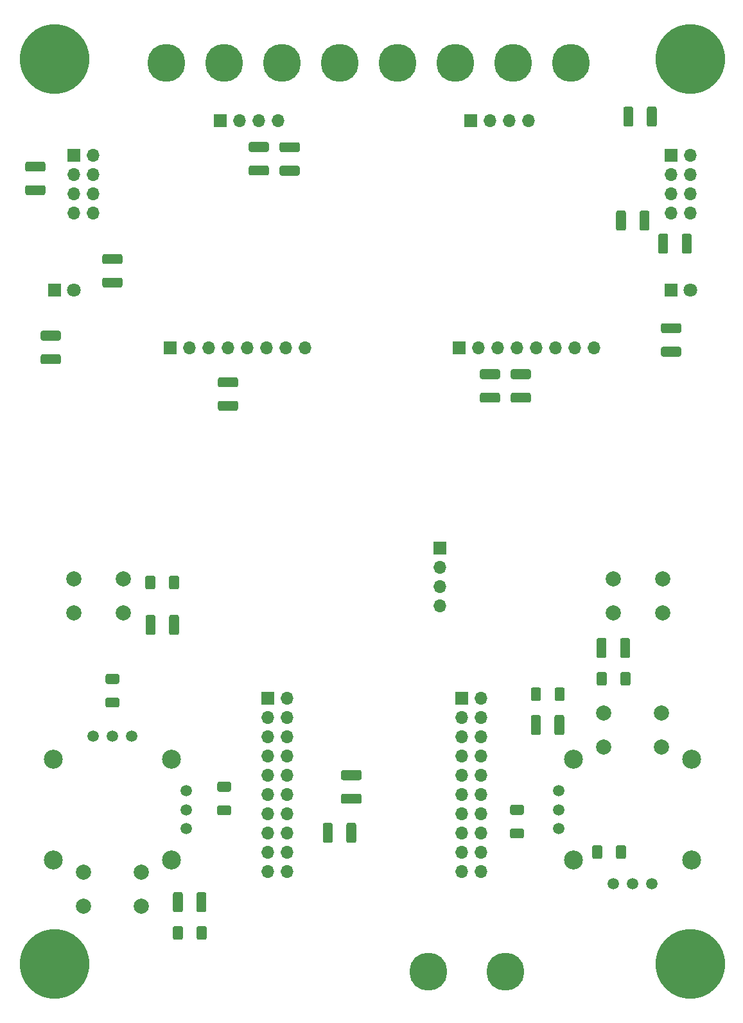
<source format=gbr>
%TF.GenerationSoftware,KiCad,Pcbnew,5.1.10*%
%TF.CreationDate,2021-06-28T20:45:46+02:00*%
%TF.ProjectId,lni-badge,6c6e692d-6261-4646-9765-2e6b69636164,rev?*%
%TF.SameCoordinates,Original*%
%TF.FileFunction,Soldermask,Bot*%
%TF.FilePolarity,Negative*%
%FSLAX46Y46*%
G04 Gerber Fmt 4.6, Leading zero omitted, Abs format (unit mm)*
G04 Created by KiCad (PCBNEW 5.1.10) date 2021-06-28 20:45:46*
%MOMM*%
%LPD*%
G01*
G04 APERTURE LIST*
%ADD10C,2.500000*%
%ADD11C,1.500000*%
%ADD12C,2.000000*%
%ADD13O,1.700000X1.700000*%
%ADD14R,1.700000X1.700000*%
%ADD15C,5.000000*%
%ADD16C,2.900000*%
%ADD17C,9.200000*%
%ADD18C,1.800000*%
%ADD19R,1.800000X1.800000*%
G04 APERTURE END LIST*
%TO.C,R9*%
G36*
G01*
X151833000Y-74534000D02*
X153983000Y-74534000D01*
G75*
G02*
X154233000Y-74784000I0J-250000D01*
G01*
X154233000Y-75584000D01*
G75*
G02*
X153983000Y-75834000I-250000J0D01*
G01*
X151833000Y-75834000D01*
G75*
G02*
X151583000Y-75584000I0J250000D01*
G01*
X151583000Y-74784000D01*
G75*
G02*
X151833000Y-74534000I250000J0D01*
G01*
G37*
G36*
G01*
X151833000Y-71434000D02*
X153983000Y-71434000D01*
G75*
G02*
X154233000Y-71684000I0J-250000D01*
G01*
X154233000Y-72484000D01*
G75*
G02*
X153983000Y-72734000I-250000J0D01*
G01*
X151833000Y-72734000D01*
G75*
G02*
X151583000Y-72484000I0J250000D01*
G01*
X151583000Y-71684000D01*
G75*
G02*
X151833000Y-71434000I250000J0D01*
G01*
G37*
%TD*%
%TO.C,C8*%
G36*
G01*
X151749999Y-132002500D02*
X153050001Y-132002500D01*
G75*
G02*
X153300000Y-132252499I0J-249999D01*
G01*
X153300000Y-133077501D01*
G75*
G02*
X153050001Y-133327500I-249999J0D01*
G01*
X151749999Y-133327500D01*
G75*
G02*
X151500000Y-133077501I0J249999D01*
G01*
X151500000Y-132252499D01*
G75*
G02*
X151749999Y-132002500I249999J0D01*
G01*
G37*
G36*
G01*
X151749999Y-128877500D02*
X153050001Y-128877500D01*
G75*
G02*
X153300000Y-129127499I0J-249999D01*
G01*
X153300000Y-129952501D01*
G75*
G02*
X153050001Y-130202500I-249999J0D01*
G01*
X151749999Y-130202500D01*
G75*
G02*
X151500000Y-129952501I0J249999D01*
G01*
X151500000Y-129127499D01*
G75*
G02*
X151749999Y-128877500I249999J0D01*
G01*
G37*
%TD*%
D10*
%TO.C,U2*%
X159890000Y-122890000D03*
X175390000Y-122890000D03*
X175390000Y-136190000D03*
X159890000Y-136190000D03*
D11*
X157890000Y-129540000D03*
X157890000Y-127040000D03*
X157890000Y-132040000D03*
X167640000Y-139290000D03*
X165140000Y-139290000D03*
X170140000Y-139290000D03*
D12*
X163790000Y-121290000D03*
X171490000Y-121290000D03*
X171490000Y-116790000D03*
X163790000Y-116790000D03*
%TD*%
D10*
%TO.C,U1*%
X106810000Y-136190000D03*
X91310000Y-136190000D03*
X91310000Y-122890000D03*
X106810000Y-122890000D03*
D11*
X108810000Y-129540000D03*
X108810000Y-132040000D03*
X108810000Y-127040000D03*
X99060000Y-119790000D03*
X101560000Y-119790000D03*
X96560000Y-119790000D03*
D12*
X102910000Y-137790000D03*
X95210000Y-137790000D03*
X95210000Y-142290000D03*
X102910000Y-142290000D03*
%TD*%
%TO.C,SW2*%
X171600000Y-99060000D03*
X171600000Y-103560000D03*
X165100000Y-99060000D03*
X165100000Y-103560000D03*
%TD*%
%TO.C,SW1*%
X100480000Y-99060000D03*
X100480000Y-103560000D03*
X93980000Y-99060000D03*
X93980000Y-103560000D03*
%TD*%
%TO.C,R21*%
G36*
G01*
X171645000Y-68464000D02*
X173795000Y-68464000D01*
G75*
G02*
X174045000Y-68714000I0J-250000D01*
G01*
X174045000Y-69514000D01*
G75*
G02*
X173795000Y-69764000I-250000J0D01*
G01*
X171645000Y-69764000D01*
G75*
G02*
X171395000Y-69514000I0J250000D01*
G01*
X171395000Y-68714000D01*
G75*
G02*
X171645000Y-68464000I250000J0D01*
G01*
G37*
G36*
G01*
X171645000Y-65364000D02*
X173795000Y-65364000D01*
G75*
G02*
X174045000Y-65614000I0J-250000D01*
G01*
X174045000Y-66414000D01*
G75*
G02*
X173795000Y-66664000I-250000J0D01*
G01*
X171645000Y-66664000D01*
G75*
G02*
X171395000Y-66414000I0J250000D01*
G01*
X171395000Y-65614000D01*
G75*
G02*
X171645000Y-65364000I250000J0D01*
G01*
G37*
%TD*%
%TO.C,R19*%
G36*
G01*
X169530000Y-39175000D02*
X169530000Y-37025000D01*
G75*
G02*
X169780000Y-36775000I250000J0D01*
G01*
X170580000Y-36775000D01*
G75*
G02*
X170830000Y-37025000I0J-250000D01*
G01*
X170830000Y-39175000D01*
G75*
G02*
X170580000Y-39425000I-250000J0D01*
G01*
X169780000Y-39425000D01*
G75*
G02*
X169530000Y-39175000I0J250000D01*
G01*
G37*
G36*
G01*
X166430000Y-39175000D02*
X166430000Y-37025000D01*
G75*
G02*
X166680000Y-36775000I250000J0D01*
G01*
X167480000Y-36775000D01*
G75*
G02*
X167730000Y-37025000I0J-250000D01*
G01*
X167730000Y-39175000D01*
G75*
G02*
X167480000Y-39425000I-250000J0D01*
G01*
X166680000Y-39425000D01*
G75*
G02*
X166430000Y-39175000I0J250000D01*
G01*
G37*
%TD*%
%TO.C,R18*%
G36*
G01*
X174128000Y-55939000D02*
X174128000Y-53789000D01*
G75*
G02*
X174378000Y-53539000I250000J0D01*
G01*
X175178000Y-53539000D01*
G75*
G02*
X175428000Y-53789000I0J-250000D01*
G01*
X175428000Y-55939000D01*
G75*
G02*
X175178000Y-56189000I-250000J0D01*
G01*
X174378000Y-56189000D01*
G75*
G02*
X174128000Y-55939000I0J250000D01*
G01*
G37*
G36*
G01*
X171028000Y-55939000D02*
X171028000Y-53789000D01*
G75*
G02*
X171278000Y-53539000I250000J0D01*
G01*
X172078000Y-53539000D01*
G75*
G02*
X172328000Y-53789000I0J-250000D01*
G01*
X172328000Y-55939000D01*
G75*
G02*
X172078000Y-56189000I-250000J0D01*
G01*
X171278000Y-56189000D01*
G75*
G02*
X171028000Y-55939000I0J250000D01*
G01*
G37*
%TD*%
%TO.C,R17*%
G36*
G01*
X117289000Y-44562000D02*
X119439000Y-44562000D01*
G75*
G02*
X119689000Y-44812000I0J-250000D01*
G01*
X119689000Y-45612000D01*
G75*
G02*
X119439000Y-45862000I-250000J0D01*
G01*
X117289000Y-45862000D01*
G75*
G02*
X117039000Y-45612000I0J250000D01*
G01*
X117039000Y-44812000D01*
G75*
G02*
X117289000Y-44562000I250000J0D01*
G01*
G37*
G36*
G01*
X117289000Y-41462000D02*
X119439000Y-41462000D01*
G75*
G02*
X119689000Y-41712000I0J-250000D01*
G01*
X119689000Y-42512000D01*
G75*
G02*
X119439000Y-42762000I-250000J0D01*
G01*
X117289000Y-42762000D01*
G75*
G02*
X117039000Y-42512000I0J250000D01*
G01*
X117039000Y-41712000D01*
G75*
G02*
X117289000Y-41462000I250000J0D01*
G01*
G37*
%TD*%
%TO.C,R16*%
G36*
G01*
X121353000Y-44588000D02*
X123503000Y-44588000D01*
G75*
G02*
X123753000Y-44838000I0J-250000D01*
G01*
X123753000Y-45638000D01*
G75*
G02*
X123503000Y-45888000I-250000J0D01*
G01*
X121353000Y-45888000D01*
G75*
G02*
X121103000Y-45638000I0J250000D01*
G01*
X121103000Y-44838000D01*
G75*
G02*
X121353000Y-44588000I250000J0D01*
G01*
G37*
G36*
G01*
X121353000Y-41488000D02*
X123503000Y-41488000D01*
G75*
G02*
X123753000Y-41738000I0J-250000D01*
G01*
X123753000Y-42538000D01*
G75*
G02*
X123503000Y-42788000I-250000J0D01*
G01*
X121353000Y-42788000D01*
G75*
G02*
X121103000Y-42538000I0J250000D01*
G01*
X121103000Y-41738000D01*
G75*
G02*
X121353000Y-41488000I250000J0D01*
G01*
G37*
%TD*%
%TO.C,R14*%
G36*
G01*
X89857000Y-69454000D02*
X92007000Y-69454000D01*
G75*
G02*
X92257000Y-69704000I0J-250000D01*
G01*
X92257000Y-70504000D01*
G75*
G02*
X92007000Y-70754000I-250000J0D01*
G01*
X89857000Y-70754000D01*
G75*
G02*
X89607000Y-70504000I0J250000D01*
G01*
X89607000Y-69704000D01*
G75*
G02*
X89857000Y-69454000I250000J0D01*
G01*
G37*
G36*
G01*
X89857000Y-66354000D02*
X92007000Y-66354000D01*
G75*
G02*
X92257000Y-66604000I0J-250000D01*
G01*
X92257000Y-67404000D01*
G75*
G02*
X92007000Y-67654000I-250000J0D01*
G01*
X89857000Y-67654000D01*
G75*
G02*
X89607000Y-67404000I0J250000D01*
G01*
X89607000Y-66604000D01*
G75*
G02*
X89857000Y-66354000I250000J0D01*
G01*
G37*
%TD*%
%TO.C,R13*%
G36*
G01*
X166766000Y-50741000D02*
X166766000Y-52891000D01*
G75*
G02*
X166516000Y-53141000I-250000J0D01*
G01*
X165716000Y-53141000D01*
G75*
G02*
X165466000Y-52891000I0J250000D01*
G01*
X165466000Y-50741000D01*
G75*
G02*
X165716000Y-50491000I250000J0D01*
G01*
X166516000Y-50491000D01*
G75*
G02*
X166766000Y-50741000I0J-250000D01*
G01*
G37*
G36*
G01*
X169866000Y-50741000D02*
X169866000Y-52891000D01*
G75*
G02*
X169616000Y-53141000I-250000J0D01*
G01*
X168816000Y-53141000D01*
G75*
G02*
X168566000Y-52891000I0J250000D01*
G01*
X168566000Y-50741000D01*
G75*
G02*
X168816000Y-50491000I250000J0D01*
G01*
X169616000Y-50491000D01*
G75*
G02*
X169866000Y-50741000I0J-250000D01*
G01*
G37*
%TD*%
%TO.C,R11*%
G36*
G01*
X97985000Y-59346000D02*
X100135000Y-59346000D01*
G75*
G02*
X100385000Y-59596000I0J-250000D01*
G01*
X100385000Y-60396000D01*
G75*
G02*
X100135000Y-60646000I-250000J0D01*
G01*
X97985000Y-60646000D01*
G75*
G02*
X97735000Y-60396000I0J250000D01*
G01*
X97735000Y-59596000D01*
G75*
G02*
X97985000Y-59346000I250000J0D01*
G01*
G37*
G36*
G01*
X97985000Y-56246000D02*
X100135000Y-56246000D01*
G75*
G02*
X100385000Y-56496000I0J-250000D01*
G01*
X100385000Y-57296000D01*
G75*
G02*
X100135000Y-57546000I-250000J0D01*
G01*
X97985000Y-57546000D01*
G75*
G02*
X97735000Y-57296000I0J250000D01*
G01*
X97735000Y-56496000D01*
G75*
G02*
X97985000Y-56246000I250000J0D01*
G01*
G37*
%TD*%
%TO.C,R10*%
G36*
G01*
X89975000Y-45354000D02*
X87825000Y-45354000D01*
G75*
G02*
X87575000Y-45104000I0J250000D01*
G01*
X87575000Y-44304000D01*
G75*
G02*
X87825000Y-44054000I250000J0D01*
G01*
X89975000Y-44054000D01*
G75*
G02*
X90225000Y-44304000I0J-250000D01*
G01*
X90225000Y-45104000D01*
G75*
G02*
X89975000Y-45354000I-250000J0D01*
G01*
G37*
G36*
G01*
X89975000Y-48454000D02*
X87825000Y-48454000D01*
G75*
G02*
X87575000Y-48204000I0J250000D01*
G01*
X87575000Y-47404000D01*
G75*
G02*
X87825000Y-47154000I250000J0D01*
G01*
X89975000Y-47154000D01*
G75*
G02*
X90225000Y-47404000I0J-250000D01*
G01*
X90225000Y-48204000D01*
G75*
G02*
X89975000Y-48454000I-250000J0D01*
G01*
G37*
%TD*%
%TO.C,R8*%
G36*
G01*
X147769000Y-74534000D02*
X149919000Y-74534000D01*
G75*
G02*
X150169000Y-74784000I0J-250000D01*
G01*
X150169000Y-75584000D01*
G75*
G02*
X149919000Y-75834000I-250000J0D01*
G01*
X147769000Y-75834000D01*
G75*
G02*
X147519000Y-75584000I0J250000D01*
G01*
X147519000Y-74784000D01*
G75*
G02*
X147769000Y-74534000I250000J0D01*
G01*
G37*
G36*
G01*
X147769000Y-71434000D02*
X149919000Y-71434000D01*
G75*
G02*
X150169000Y-71684000I0J-250000D01*
G01*
X150169000Y-72484000D01*
G75*
G02*
X149919000Y-72734000I-250000J0D01*
G01*
X147769000Y-72734000D01*
G75*
G02*
X147519000Y-72484000I0J250000D01*
G01*
X147519000Y-71684000D01*
G75*
G02*
X147769000Y-71434000I250000J0D01*
G01*
G37*
%TD*%
%TO.C,R7*%
G36*
G01*
X113225000Y-75602000D02*
X115375000Y-75602000D01*
G75*
G02*
X115625000Y-75852000I0J-250000D01*
G01*
X115625000Y-76652000D01*
G75*
G02*
X115375000Y-76902000I-250000J0D01*
G01*
X113225000Y-76902000D01*
G75*
G02*
X112975000Y-76652000I0J250000D01*
G01*
X112975000Y-75852000D01*
G75*
G02*
X113225000Y-75602000I250000J0D01*
G01*
G37*
G36*
G01*
X113225000Y-72502000D02*
X115375000Y-72502000D01*
G75*
G02*
X115625000Y-72752000I0J-250000D01*
G01*
X115625000Y-73552000D01*
G75*
G02*
X115375000Y-73802000I-250000J0D01*
G01*
X113225000Y-73802000D01*
G75*
G02*
X112975000Y-73552000I0J250000D01*
G01*
X112975000Y-72752000D01*
G75*
G02*
X113225000Y-72502000I250000J0D01*
G01*
G37*
%TD*%
%TO.C,R5*%
G36*
G01*
X157338000Y-119439000D02*
X157338000Y-117289000D01*
G75*
G02*
X157588000Y-117039000I250000J0D01*
G01*
X158388000Y-117039000D01*
G75*
G02*
X158638000Y-117289000I0J-250000D01*
G01*
X158638000Y-119439000D01*
G75*
G02*
X158388000Y-119689000I-250000J0D01*
G01*
X157588000Y-119689000D01*
G75*
G02*
X157338000Y-119439000I0J250000D01*
G01*
G37*
G36*
G01*
X154238000Y-119439000D02*
X154238000Y-117289000D01*
G75*
G02*
X154488000Y-117039000I250000J0D01*
G01*
X155288000Y-117039000D01*
G75*
G02*
X155538000Y-117289000I0J-250000D01*
G01*
X155538000Y-119439000D01*
G75*
G02*
X155288000Y-119689000I-250000J0D01*
G01*
X154488000Y-119689000D01*
G75*
G02*
X154238000Y-119439000I0J250000D01*
G01*
G37*
%TD*%
%TO.C,R4*%
G36*
G01*
X166000000Y-109279000D02*
X166000000Y-107129000D01*
G75*
G02*
X166250000Y-106879000I250000J0D01*
G01*
X167050000Y-106879000D01*
G75*
G02*
X167300000Y-107129000I0J-250000D01*
G01*
X167300000Y-109279000D01*
G75*
G02*
X167050000Y-109529000I-250000J0D01*
G01*
X166250000Y-109529000D01*
G75*
G02*
X166000000Y-109279000I0J250000D01*
G01*
G37*
G36*
G01*
X162900000Y-109279000D02*
X162900000Y-107129000D01*
G75*
G02*
X163150000Y-106879000I250000J0D01*
G01*
X163950000Y-106879000D01*
G75*
G02*
X164200000Y-107129000I0J-250000D01*
G01*
X164200000Y-109279000D01*
G75*
G02*
X163950000Y-109529000I-250000J0D01*
G01*
X163150000Y-109529000D01*
G75*
G02*
X162900000Y-109279000I0J250000D01*
G01*
G37*
%TD*%
%TO.C,R3*%
G36*
G01*
X104738000Y-104081000D02*
X104738000Y-106231000D01*
G75*
G02*
X104488000Y-106481000I-250000J0D01*
G01*
X103688000Y-106481000D01*
G75*
G02*
X103438000Y-106231000I0J250000D01*
G01*
X103438000Y-104081000D01*
G75*
G02*
X103688000Y-103831000I250000J0D01*
G01*
X104488000Y-103831000D01*
G75*
G02*
X104738000Y-104081000I0J-250000D01*
G01*
G37*
G36*
G01*
X107838000Y-104081000D02*
X107838000Y-106231000D01*
G75*
G02*
X107588000Y-106481000I-250000J0D01*
G01*
X106788000Y-106481000D01*
G75*
G02*
X106538000Y-106231000I0J250000D01*
G01*
X106538000Y-104081000D01*
G75*
G02*
X106788000Y-103831000I250000J0D01*
G01*
X107588000Y-103831000D01*
G75*
G02*
X107838000Y-104081000I0J-250000D01*
G01*
G37*
%TD*%
%TO.C,R2*%
G36*
G01*
X128106000Y-131513000D02*
X128106000Y-133663000D01*
G75*
G02*
X127856000Y-133913000I-250000J0D01*
G01*
X127056000Y-133913000D01*
G75*
G02*
X126806000Y-133663000I0J250000D01*
G01*
X126806000Y-131513000D01*
G75*
G02*
X127056000Y-131263000I250000J0D01*
G01*
X127856000Y-131263000D01*
G75*
G02*
X128106000Y-131513000I0J-250000D01*
G01*
G37*
G36*
G01*
X131206000Y-131513000D02*
X131206000Y-133663000D01*
G75*
G02*
X130956000Y-133913000I-250000J0D01*
G01*
X130156000Y-133913000D01*
G75*
G02*
X129906000Y-133663000I0J250000D01*
G01*
X129906000Y-131513000D01*
G75*
G02*
X130156000Y-131263000I250000J0D01*
G01*
X130956000Y-131263000D01*
G75*
G02*
X131206000Y-131513000I0J-250000D01*
G01*
G37*
%TD*%
%TO.C,R1*%
G36*
G01*
X108346000Y-140657000D02*
X108346000Y-142807000D01*
G75*
G02*
X108096000Y-143057000I-250000J0D01*
G01*
X107296000Y-143057000D01*
G75*
G02*
X107046000Y-142807000I0J250000D01*
G01*
X107046000Y-140657000D01*
G75*
G02*
X107296000Y-140407000I250000J0D01*
G01*
X108096000Y-140407000D01*
G75*
G02*
X108346000Y-140657000I0J-250000D01*
G01*
G37*
G36*
G01*
X111446000Y-140657000D02*
X111446000Y-142807000D01*
G75*
G02*
X111196000Y-143057000I-250000J0D01*
G01*
X110396000Y-143057000D01*
G75*
G02*
X110146000Y-142807000I0J250000D01*
G01*
X110146000Y-140657000D01*
G75*
G02*
X110396000Y-140407000I250000J0D01*
G01*
X111196000Y-140407000D01*
G75*
G02*
X111446000Y-140657000I0J-250000D01*
G01*
G37*
%TD*%
D13*
%TO.C,J9*%
X147650200Y-137693400D03*
X145110200Y-137693400D03*
X147650200Y-135153400D03*
X145110200Y-135153400D03*
X147650200Y-132613400D03*
X145110200Y-132613400D03*
X147650200Y-130073400D03*
X145110200Y-130073400D03*
X147650200Y-127533400D03*
X145110200Y-127533400D03*
X147650200Y-124993400D03*
X145110200Y-124993400D03*
X147650200Y-122453400D03*
X145110200Y-122453400D03*
X147650200Y-119913400D03*
X145110200Y-119913400D03*
X147650200Y-117373400D03*
X145110200Y-117373400D03*
X147650200Y-114833400D03*
D14*
X145110200Y-114833400D03*
%TD*%
D13*
%TO.C,J8*%
X175260000Y-50800000D03*
X172720000Y-50800000D03*
X175260000Y-48260000D03*
X172720000Y-48260000D03*
X175260000Y-45720000D03*
X172720000Y-45720000D03*
X175260000Y-43180000D03*
D14*
X172720000Y-43180000D03*
%TD*%
D13*
%TO.C,J7*%
X96520000Y-50800000D03*
X93980000Y-50800000D03*
X96520000Y-48260000D03*
X93980000Y-48260000D03*
X96520000Y-45720000D03*
X93980000Y-45720000D03*
X96520000Y-43180000D03*
D14*
X93980000Y-43180000D03*
%TD*%
D13*
%TO.C,J6*%
X162560000Y-68580000D03*
X160020000Y-68580000D03*
X157480000Y-68580000D03*
X154940000Y-68580000D03*
X152400000Y-68580000D03*
X149860000Y-68580000D03*
X147320000Y-68580000D03*
D14*
X144780000Y-68580000D03*
%TD*%
D13*
%TO.C,J5*%
X153924000Y-38608000D03*
X151384000Y-38608000D03*
X148844000Y-38608000D03*
D14*
X146304000Y-38608000D03*
%TD*%
D13*
%TO.C,J4*%
X122123200Y-137668000D03*
X119583200Y-137668000D03*
X122123200Y-135128000D03*
X119583200Y-135128000D03*
X122123200Y-132588000D03*
X119583200Y-132588000D03*
X122123200Y-130048000D03*
X119583200Y-130048000D03*
X122123200Y-127508000D03*
X119583200Y-127508000D03*
X122123200Y-124968000D03*
X119583200Y-124968000D03*
X122123200Y-122428000D03*
X119583200Y-122428000D03*
X122123200Y-119888000D03*
X119583200Y-119888000D03*
X122123200Y-117348000D03*
X119583200Y-117348000D03*
X122123200Y-114808000D03*
D14*
X119583200Y-114808000D03*
%TD*%
D13*
%TO.C,J3*%
X120904000Y-38608000D03*
X118364000Y-38608000D03*
X115824000Y-38608000D03*
D14*
X113284000Y-38608000D03*
%TD*%
D13*
%TO.C,J2*%
X124460000Y-68580000D03*
X121920000Y-68580000D03*
X119380000Y-68580000D03*
X116840000Y-68580000D03*
X114300000Y-68580000D03*
X111760000Y-68580000D03*
X109220000Y-68580000D03*
D14*
X106680000Y-68580000D03*
%TD*%
D13*
%TO.C,J1*%
X142240000Y-102616000D03*
X142240000Y-100076000D03*
X142240000Y-97536000D03*
D14*
X142240000Y-94996000D03*
%TD*%
D15*
%TO.C,H14*%
X150876000Y-150876000D03*
D16*
X150876000Y-150876000D03*
%TD*%
D15*
%TO.C,H13*%
X140716000Y-150876000D03*
D16*
X140716000Y-150876000D03*
%TD*%
D15*
%TO.C,H12*%
X159512000Y-30988000D03*
D16*
X159512000Y-30988000D03*
%TD*%
D15*
%TO.C,H11*%
X151892000Y-30988000D03*
D16*
X151892000Y-30988000D03*
%TD*%
D15*
%TO.C,H10*%
X144272000Y-30988000D03*
D16*
X144272000Y-30988000D03*
%TD*%
D15*
%TO.C,H9*%
X136652000Y-30988000D03*
D16*
X136652000Y-30988000D03*
%TD*%
D15*
%TO.C,H8*%
X129032000Y-30988000D03*
D16*
X129032000Y-30988000D03*
%TD*%
D15*
%TO.C,H7*%
X121412000Y-30988000D03*
D16*
X121412000Y-30988000D03*
%TD*%
D15*
%TO.C,H6*%
X113792000Y-30988000D03*
D16*
X113792000Y-30988000D03*
%TD*%
D15*
%TO.C,H5*%
X106172000Y-30988000D03*
D16*
X106172000Y-30988000D03*
%TD*%
D17*
%TO.C,H4*%
X175260000Y-149860000D03*
%TD*%
%TO.C,H3*%
X91440000Y-149860000D03*
%TD*%
%TO.C,H2*%
X175260000Y-30480000D03*
%TD*%
%TO.C,H1*%
X91440000Y-30480000D03*
%TD*%
D18*
%TO.C,D2*%
X175260000Y-60960000D03*
D19*
X172720000Y-60960000D03*
%TD*%
D18*
%TO.C,D1*%
X93980000Y-60960000D03*
D19*
X91440000Y-60960000D03*
%TD*%
%TO.C,C9*%
G36*
G01*
X163653500Y-134477999D02*
X163653500Y-135778001D01*
G75*
G02*
X163403501Y-136028000I-249999J0D01*
G01*
X162578499Y-136028000D01*
G75*
G02*
X162328500Y-135778001I0J249999D01*
G01*
X162328500Y-134477999D01*
G75*
G02*
X162578499Y-134228000I249999J0D01*
G01*
X163403501Y-134228000D01*
G75*
G02*
X163653500Y-134477999I0J-249999D01*
G01*
G37*
G36*
G01*
X166778500Y-134477999D02*
X166778500Y-135778001D01*
G75*
G02*
X166528501Y-136028000I-249999J0D01*
G01*
X165703499Y-136028000D01*
G75*
G02*
X165453500Y-135778001I0J249999D01*
G01*
X165453500Y-134477999D01*
G75*
G02*
X165703499Y-134228000I249999J0D01*
G01*
X166528501Y-134228000D01*
G75*
G02*
X166778500Y-134477999I0J-249999D01*
G01*
G37*
%TD*%
%TO.C,C7*%
G36*
G01*
X157364000Y-114950001D02*
X157364000Y-113649999D01*
G75*
G02*
X157613999Y-113400000I249999J0D01*
G01*
X158439001Y-113400000D01*
G75*
G02*
X158689000Y-113649999I0J-249999D01*
G01*
X158689000Y-114950001D01*
G75*
G02*
X158439001Y-115200000I-249999J0D01*
G01*
X157613999Y-115200000D01*
G75*
G02*
X157364000Y-114950001I0J249999D01*
G01*
G37*
G36*
G01*
X154239000Y-114950001D02*
X154239000Y-113649999D01*
G75*
G02*
X154488999Y-113400000I249999J0D01*
G01*
X155314001Y-113400000D01*
G75*
G02*
X155564000Y-113649999I0J-249999D01*
G01*
X155564000Y-114950001D01*
G75*
G02*
X155314001Y-115200000I-249999J0D01*
G01*
X154488999Y-115200000D01*
G75*
G02*
X154239000Y-114950001I0J249999D01*
G01*
G37*
%TD*%
%TO.C,C6*%
G36*
G01*
X99710001Y-112930500D02*
X98409999Y-112930500D01*
G75*
G02*
X98160000Y-112680501I0J249999D01*
G01*
X98160000Y-111855499D01*
G75*
G02*
X98409999Y-111605500I249999J0D01*
G01*
X99710001Y-111605500D01*
G75*
G02*
X99960000Y-111855499I0J-249999D01*
G01*
X99960000Y-112680501D01*
G75*
G02*
X99710001Y-112930500I-249999J0D01*
G01*
G37*
G36*
G01*
X99710001Y-116055500D02*
X98409999Y-116055500D01*
G75*
G02*
X98160000Y-115805501I0J249999D01*
G01*
X98160000Y-114980499D01*
G75*
G02*
X98409999Y-114730500I249999J0D01*
G01*
X99710001Y-114730500D01*
G75*
G02*
X99960000Y-114980499I0J-249999D01*
G01*
X99960000Y-115805501D01*
G75*
G02*
X99710001Y-116055500I-249999J0D01*
G01*
G37*
%TD*%
%TO.C,C5*%
G36*
G01*
X114442001Y-127154500D02*
X113141999Y-127154500D01*
G75*
G02*
X112892000Y-126904501I0J249999D01*
G01*
X112892000Y-126079499D01*
G75*
G02*
X113141999Y-125829500I249999J0D01*
G01*
X114442001Y-125829500D01*
G75*
G02*
X114692000Y-126079499I0J-249999D01*
G01*
X114692000Y-126904501D01*
G75*
G02*
X114442001Y-127154500I-249999J0D01*
G01*
G37*
G36*
G01*
X114442001Y-130279500D02*
X113141999Y-130279500D01*
G75*
G02*
X112892000Y-130029501I0J249999D01*
G01*
X112892000Y-129204499D01*
G75*
G02*
X113141999Y-128954500I249999J0D01*
G01*
X114442001Y-128954500D01*
G75*
G02*
X114692000Y-129204499I0J-249999D01*
G01*
X114692000Y-130029501D01*
G75*
G02*
X114442001Y-130279500I-249999J0D01*
G01*
G37*
%TD*%
%TO.C,C4*%
G36*
G01*
X166038500Y-112918001D02*
X166038500Y-111617999D01*
G75*
G02*
X166288499Y-111368000I249999J0D01*
G01*
X167113501Y-111368000D01*
G75*
G02*
X167363500Y-111617999I0J-249999D01*
G01*
X167363500Y-112918001D01*
G75*
G02*
X167113501Y-113168000I-249999J0D01*
G01*
X166288499Y-113168000D01*
G75*
G02*
X166038500Y-112918001I0J249999D01*
G01*
G37*
G36*
G01*
X162913500Y-112918001D02*
X162913500Y-111617999D01*
G75*
G02*
X163163499Y-111368000I249999J0D01*
G01*
X163988501Y-111368000D01*
G75*
G02*
X164238500Y-111617999I0J-249999D01*
G01*
X164238500Y-112918001D01*
G75*
G02*
X163988501Y-113168000I-249999J0D01*
G01*
X163163499Y-113168000D01*
G75*
G02*
X162913500Y-112918001I0J249999D01*
G01*
G37*
%TD*%
%TO.C,C3*%
G36*
G01*
X104725500Y-98917999D02*
X104725500Y-100218001D01*
G75*
G02*
X104475501Y-100468000I-249999J0D01*
G01*
X103650499Y-100468000D01*
G75*
G02*
X103400500Y-100218001I0J249999D01*
G01*
X103400500Y-98917999D01*
G75*
G02*
X103650499Y-98668000I249999J0D01*
G01*
X104475501Y-98668000D01*
G75*
G02*
X104725500Y-98917999I0J-249999D01*
G01*
G37*
G36*
G01*
X107850500Y-98917999D02*
X107850500Y-100218001D01*
G75*
G02*
X107600501Y-100468000I-249999J0D01*
G01*
X106775499Y-100468000D01*
G75*
G02*
X106525500Y-100218001I0J249999D01*
G01*
X106525500Y-98917999D01*
G75*
G02*
X106775499Y-98668000I249999J0D01*
G01*
X107600501Y-98668000D01*
G75*
G02*
X107850500Y-98917999I0J-249999D01*
G01*
G37*
%TD*%
%TO.C,C2*%
G36*
G01*
X131656001Y-125630500D02*
X129455999Y-125630500D01*
G75*
G02*
X129206000Y-125380501I0J249999D01*
G01*
X129206000Y-124555499D01*
G75*
G02*
X129455999Y-124305500I249999J0D01*
G01*
X131656001Y-124305500D01*
G75*
G02*
X131906000Y-124555499I0J-249999D01*
G01*
X131906000Y-125380501D01*
G75*
G02*
X131656001Y-125630500I-249999J0D01*
G01*
G37*
G36*
G01*
X131656001Y-128755500D02*
X129455999Y-128755500D01*
G75*
G02*
X129206000Y-128505501I0J249999D01*
G01*
X129206000Y-127680499D01*
G75*
G02*
X129455999Y-127430500I249999J0D01*
G01*
X131656001Y-127430500D01*
G75*
G02*
X131906000Y-127680499I0J-249999D01*
G01*
X131906000Y-128505501D01*
G75*
G02*
X131656001Y-128755500I-249999J0D01*
G01*
G37*
%TD*%
%TO.C,C1*%
G36*
G01*
X108358500Y-145145999D02*
X108358500Y-146446001D01*
G75*
G02*
X108108501Y-146696000I-249999J0D01*
G01*
X107283499Y-146696000D01*
G75*
G02*
X107033500Y-146446001I0J249999D01*
G01*
X107033500Y-145145999D01*
G75*
G02*
X107283499Y-144896000I249999J0D01*
G01*
X108108501Y-144896000D01*
G75*
G02*
X108358500Y-145145999I0J-249999D01*
G01*
G37*
G36*
G01*
X111483500Y-145145999D02*
X111483500Y-146446001D01*
G75*
G02*
X111233501Y-146696000I-249999J0D01*
G01*
X110408499Y-146696000D01*
G75*
G02*
X110158500Y-146446001I0J249999D01*
G01*
X110158500Y-145145999D01*
G75*
G02*
X110408499Y-144896000I249999J0D01*
G01*
X111233501Y-144896000D01*
G75*
G02*
X111483500Y-145145999I0J-249999D01*
G01*
G37*
%TD*%
M02*

</source>
